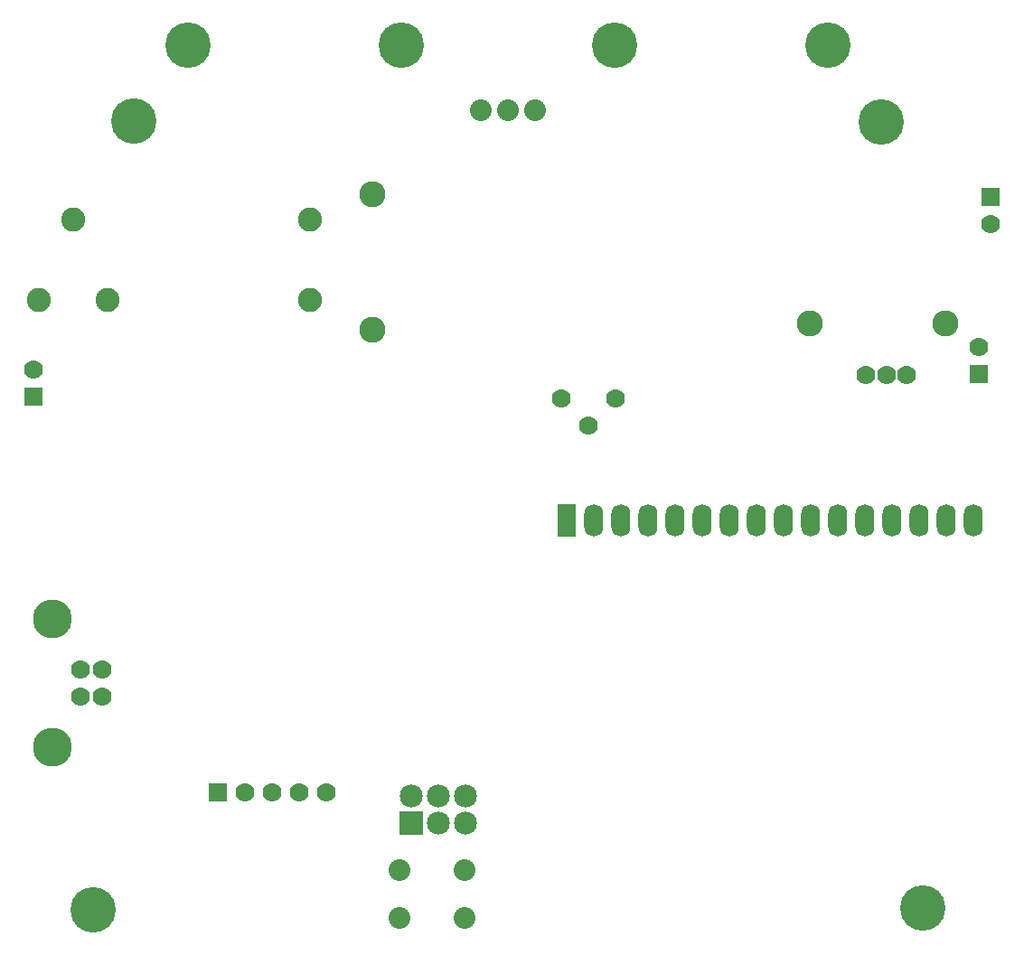
<source format=gbs>
%FSLAX23Y23*%
%MOIN*%
G04 EasyPC Gerber Version 16.0.6 Build 3249 *
%ADD135O,0.07000X0.12000*%
%ADD134R,0.07000X0.12000*%
%ADD126R,0.07000X0.07000*%
%ADD132R,0.08500X0.08500*%
%ADD127C,0.07000*%
%ADD131C,0.07000*%
%ADD136C,0.08000*%
%ADD125C,0.08000*%
%ADD133C,0.08500*%
%ADD128C,0.08874*%
%ADD129C,0.09600*%
%ADD130C,0.14386*%
%ADD124C,0.16748*%
X0Y0D02*
D02*
D124*
X440Y576D03*
X593Y3485D03*
X790Y3765D03*
X1577D03*
X2365D03*
X3152D03*
X3349Y3481D03*
X3503Y580D03*
D02*
D125*
X1871Y3525D03*
X1971D03*
X2071D03*
D02*
D126*
X223Y2469D03*
X900Y1009D03*
X3707Y2552D03*
X3751Y3206D03*
D02*
D127*
X223Y2569D03*
X396Y1363D03*
Y1462D03*
X475Y1363D03*
Y1462D03*
X1000Y1009D03*
X1100D03*
X1200D03*
X1300D03*
X3707Y2652D03*
X3751Y3106D03*
D02*
D128*
X243Y2824D03*
X369Y3123D03*
X495Y2824D03*
X1243D03*
Y3123D03*
D02*
D129*
X1471Y2714D03*
Y3214D03*
X3085Y2737D03*
X3585D03*
D02*
D130*
X290Y1176D03*
Y1649D03*
D02*
D131*
X2169Y2462D03*
X2269Y2362D03*
X2369Y2462D03*
X3293Y2548D03*
X3368D03*
X3443D03*
D02*
D132*
X1615Y896D03*
D02*
D133*
Y996D03*
X1715Y896D03*
Y996D03*
X1815Y896D03*
Y996D03*
D02*
D134*
X2188Y2013D03*
D02*
D135*
X2288D03*
X2388D03*
X2488D03*
X2588D03*
X2688D03*
X2788D03*
X2888D03*
X2988D03*
X3088D03*
X3188D03*
X3288D03*
X3388D03*
X3488D03*
X3588D03*
X3688D03*
D02*
D136*
X1573Y544D03*
Y721D03*
X1810Y544D03*
Y721D03*
X0Y0D02*
M02*

</source>
